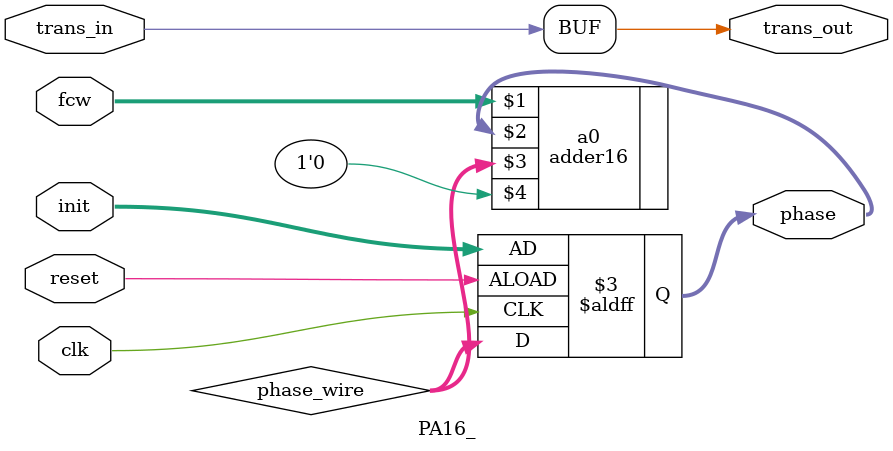
<source format=v>
module PA16_(clk,reset,fcw,init,phase,trans_in,trans_out);
  input clk,reset,trans_in;
  input [15:0] fcw,init;
  output reg [15:0] phase;
  output trans_out;
  wire [15:0] phase_wire;
  
  adder16 a0(fcw,phase,phase_wire,1'b0);
  always@(posedge clk or negedge reset) begin
    if(~reset)
      phase <= init;
    else
      phase <= phase_wire;
  end
  //D_trigger1 d0(clk,1'b1,trans_in_in,trans_out);
  assign trans_out = trans_in;
endmodule






</source>
